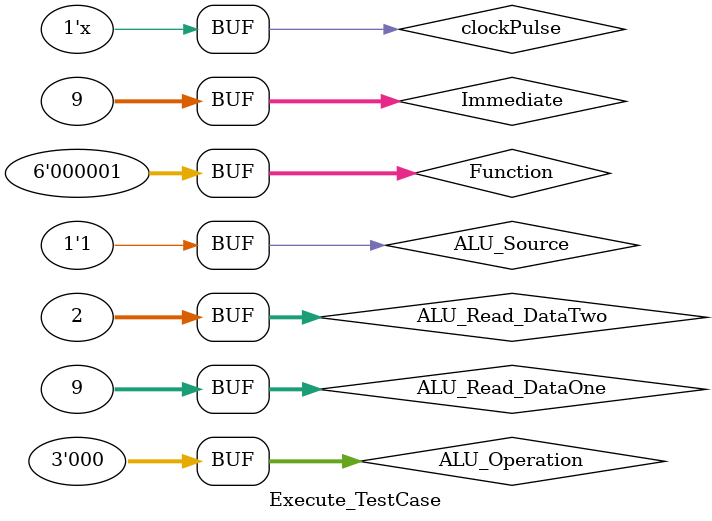
<source format=v>
`timescale 1ns / 1ps

module Execute_TestCase;

	// Inputs
	reg clockPulse;
	reg [31:0] ALU_Read_DataOne;
	reg [31:0] ALU_Read_DataTwo;
	reg [31:0] Immediate;
	reg [5:0] Function;
	reg [2:0] ALU_Operation;
	reg ALU_Source;

	// Outputs
	wire [31:0] ALU_Result;
	wire Zero;

	// Instantiate the Unit Under Test (UUT)
	Execute uut (
		.clockPulse(clockPulse), 
		.ALU_Read_DataOne(ALU_Read_DataOne), 
		.ALU_Read_DataTwo(ALU_Read_DataTwo), 
		.Immediate(Immediate), 
		.Function(Function), 
		.ALU_Operation(ALU_Operation), 
		.ALU_Source(ALU_Source), 
		.ALU_Result(ALU_Result), 
		.Zero(Zero)
	);
	
	initial 
		begin
			clockPulse = 0;
		end
	
	always # 50 clockPulse = ~clockPulse; // T=100 ns

	initial begin


		// ADD , If ALU_Source = 0 -> ALU_Read_DataTwo Choosed(5)  Output = 5 + 7  Zero = 0
		ALU_Read_DataOne = 7;
		ALU_Read_DataTwo = 5;
		Immediate = 32'b0000_0000_0000_0000_0000_0000_0000_1100; // 12;
		Function = 6'b000000;
		ALU_Operation = 3'b000;
		ALU_Source = 0;
		
		#100;
		
		
		// OR , If ALU_Source = 1 -> Immediate Choosed  Output = 6 | 12 Zero = 0
		ALU_Read_DataOne = 6;
		ALU_Read_DataTwo = 3;
		Immediate = 32'b0000_0000_0000_0000_0000_0000_0000_1100; // 12
		Function = 6'b000011;
		ALU_Operation = 3'b000;
		ALU_Source = 1;
		
		#100;
		
		// NOT , If ALU_Source = 0 -> ALU_Read_DataTwo Choosed(6) Output = ~ALU_Read_DataOne(15) Zero = 0
		ALU_Read_DataOne = 15;
		ALU_Read_DataTwo = 6;
		Immediate = 32'b0000_0000_0000_0000_0000_0000_0000_1101; // 13
		Function = 6'b000111;
		ALU_Operation = 3'b000;
		ALU_Source = 0;
		
		#100;
		
		// SLT , If ALU_Source = 0 -> ALU_Read_DataTwo(12)  Output = 19 < 12 ? 1 : 0  Zero = 1
		ALU_Read_DataOne = 19;
		ALU_Read_DataTwo = 12;
		Immediate = 32'b0000_0000_0000_0000_0000_0000_0000_1001; // 9
		Function = 6'bxxxxxx;
		ALU_Operation = 3'b010;
		ALU_Source = 0;
		
		#100;


		// LSR , If ALU_Source = 1 -> Immediate Choosed  Output = 13(1101) >> Shift_Amount(1) Zero = 0
		ALU_Read_DataOne = 13;
		ALU_Read_DataTwo = 15;
		Immediate = 32'b0000_0000_0000_0000_0000_0000_0100_0000; // Shift_Amount[10:6] = 00001
		Function = 6'b000110;
		ALU_Operation = 3'b000;
		ALU_Source = 1;
		 
		#100;

		// SUB , If ALU_Source = 1 -> Immediate Choosed  Output = 9 - 9  Zero = 1
		ALU_Read_DataOne = 9;
		ALU_Read_DataTwo = 2;
		Immediate = 32'b0000_0000_0000_0000_0000_0000_0000_1001; // 9
		Function = 6'b000001;
		ALU_Operation = 3'b000;
		ALU_Source = 1;
		
		#100;
		


	end
      
endmodule


</source>
